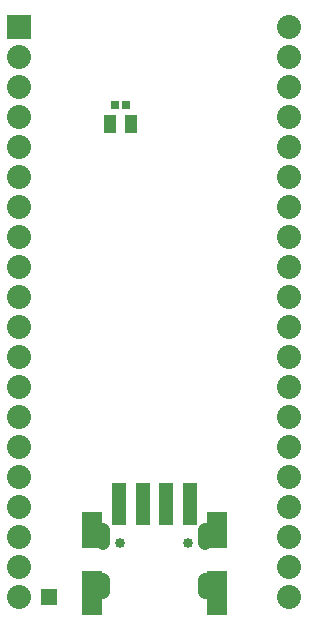
<source format=gbs>
G75*
%MOIN*%
%OFA0B0*%
%FSLAX25Y25*%
%IPPOS*%
%LPD*%
%AMOC8*
5,1,8,0,0,1.08239X$1,22.5*
%
%ADD10R,0.08000X0.08000*%
%ADD11C,0.08000*%
%ADD12C,0.04734*%
%ADD13C,0.03356*%
%ADD14R,0.04143X0.06112*%
%ADD15R,0.03041X0.03041*%
%ADD16R,0.04537X0.13986*%
%ADD17R,0.06506X0.14773*%
%ADD18R,0.06506X0.12411*%
%ADD19R,0.05324X0.05324*%
D10*
X0009300Y0200050D03*
D11*
X0009300Y0010050D03*
X0009300Y0020050D03*
X0009300Y0030050D03*
X0009300Y0040050D03*
X0009300Y0050050D03*
X0009300Y0060050D03*
X0009300Y0070050D03*
X0009300Y0080050D03*
X0009300Y0090050D03*
X0009300Y0100050D03*
X0009300Y0110050D03*
X0009300Y0120050D03*
X0009300Y0130050D03*
X0009300Y0140050D03*
X0009300Y0150050D03*
X0009300Y0160050D03*
X0009300Y0170050D03*
X0009300Y0180050D03*
X0009300Y0190050D03*
X0099300Y0190050D03*
X0099300Y0180050D03*
X0099300Y0170050D03*
X0099300Y0160050D03*
X0099300Y0150050D03*
X0099300Y0140050D03*
X0099300Y0130050D03*
X0099300Y0120050D03*
X0099300Y0110050D03*
X0099300Y0100050D03*
X0099300Y0090050D03*
X0099300Y0080050D03*
X0099300Y0070050D03*
X0099300Y0060050D03*
X0099300Y0050050D03*
X0099300Y0040050D03*
X0099300Y0030050D03*
X0099300Y0020050D03*
X0099300Y0010050D03*
X0099300Y0200050D03*
D12*
X0071308Y0032235D02*
X0071308Y0028101D01*
X0071308Y0015778D02*
X0071308Y0011644D01*
X0037292Y0011644D02*
X0037292Y0015778D01*
X0037292Y0028101D02*
X0037292Y0032235D01*
D13*
X0042922Y0028081D03*
X0065678Y0028081D03*
D14*
X0046593Y0167550D03*
X0039507Y0167550D03*
D15*
X0041278Y0173800D03*
X0044822Y0173800D03*
D16*
X0042489Y0040867D03*
X0050363Y0040867D03*
X0058237Y0040867D03*
X0066111Y0040867D03*
D17*
X0075166Y0011339D03*
X0033434Y0011339D03*
D18*
X0033434Y0032206D03*
X0075166Y0032206D03*
D19*
X0019300Y0010050D03*
M02*

</source>
